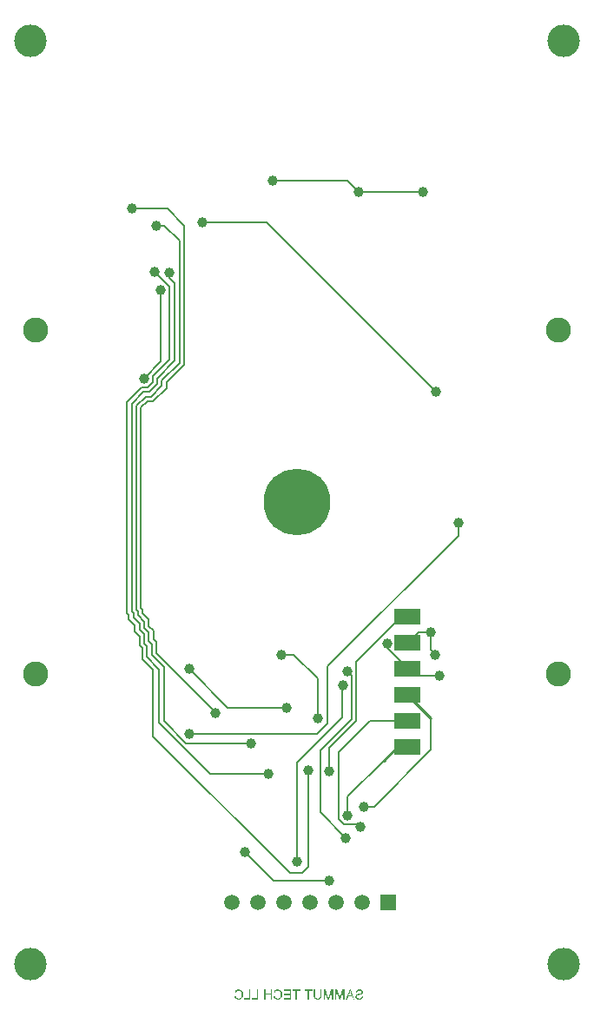
<source format=gbl>
%FSAX24Y24*%
%MOIN*%
G70*
G01*
G75*
G04 Layer_Physical_Order=2*
G04 Layer_Color=16711680*
G04:AMPARAMS|DCode=10|XSize=24mil|YSize=59.1mil|CornerRadius=0.6mil|HoleSize=0mil|Usage=FLASHONLY|Rotation=90.000|XOffset=0mil|YOffset=0mil|HoleType=Round|Shape=RoundedRectangle|*
%AMROUNDEDRECTD10*
21,1,0.0240,0.0579,0,0,90.0*
21,1,0.0228,0.0591,0,0,90.0*
1,1,0.0012,0.0289,0.0114*
1,1,0.0012,0.0289,-0.0114*
1,1,0.0012,-0.0289,-0.0114*
1,1,0.0012,-0.0289,0.0114*
%
%ADD10ROUNDEDRECTD10*%
G04:AMPARAMS|DCode=11|XSize=24mil|YSize=59.1mil|CornerRadius=0.6mil|HoleSize=0mil|Usage=FLASHONLY|Rotation=0.000|XOffset=0mil|YOffset=0mil|HoleType=Round|Shape=RoundedRectangle|*
%AMROUNDEDRECTD11*
21,1,0.0240,0.0579,0,0,0.0*
21,1,0.0228,0.0591,0,0,0.0*
1,1,0.0012,0.0114,-0.0289*
1,1,0.0012,-0.0114,-0.0289*
1,1,0.0012,-0.0114,0.0289*
1,1,0.0012,0.0114,0.0289*
%
%ADD11ROUNDEDRECTD11*%
%ADD12R,0.2362X0.1969*%
%ADD13R,0.0276X0.0512*%
G04:AMPARAMS|DCode=14|XSize=21.7mil|YSize=68.9mil|CornerRadius=0mil|HoleSize=0mil|Usage=FLASHONLY|Rotation=45.000|XOffset=0mil|YOffset=0mil|HoleType=Round|Shape=Round|*
%AMOVALD14*
21,1,0.0472,0.0217,0.0000,0.0000,135.0*
1,1,0.0217,0.0167,-0.0167*
1,1,0.0217,-0.0167,0.0167*
%
%ADD14OVALD14*%

G04:AMPARAMS|DCode=15|XSize=21.7mil|YSize=68.9mil|CornerRadius=0mil|HoleSize=0mil|Usage=FLASHONLY|Rotation=135.000|XOffset=0mil|YOffset=0mil|HoleType=Round|Shape=Round|*
%AMOVALD15*
21,1,0.0472,0.0217,0.0000,0.0000,225.0*
1,1,0.0217,0.0167,0.0167*
1,1,0.0217,-0.0167,-0.0167*
%
%ADD15OVALD15*%

G04:AMPARAMS|DCode=16|XSize=70.9mil|YSize=63mil|CornerRadius=0mil|HoleSize=0mil|Usage=FLASHONLY|Rotation=225.000|XOffset=0mil|YOffset=0mil|HoleType=Round|Shape=Rectangle|*
%AMROTATEDRECTD16*
4,1,4,0.0028,0.0473,0.0473,0.0028,-0.0028,-0.0473,-0.0473,-0.0028,0.0028,0.0473,0.0*
%
%ADD16ROTATEDRECTD16*%

%ADD17R,0.0709X0.0630*%
%ADD18R,0.0512X0.0591*%
%ADD19C,0.0079*%
%ADD20R,0.0394X0.0394*%
%ADD21C,0.0591*%
%ADD22R,0.0591X0.0591*%
%ADD23C,0.1250*%
%ADD24C,0.0961*%
%ADD25C,0.0394*%
%ADD26C,0.2559*%
%ADD27R,0.0984X0.0591*%
%ADD28C,0.0100*%
G36*
X031907Y012646D02*
X031783D01*
Y012313D01*
X031732D01*
Y012646D01*
X031608D01*
Y012691D01*
X031907D01*
Y012646D01*
D02*
G37*
G36*
X032377D02*
X032252D01*
Y012313D01*
X032202D01*
Y012646D01*
X032077D01*
Y012691D01*
X032377D01*
Y012646D01*
D02*
G37*
G36*
X034003Y012313D02*
X033950D01*
X033909Y012428D01*
X033751D01*
X033707Y012313D01*
X033650D01*
X033804Y012691D01*
X033859D01*
X034003Y012313D01*
D02*
G37*
G36*
X031555D02*
X031273D01*
Y012358D01*
X031505D01*
Y012486D01*
X031296D01*
Y012531D01*
X031505D01*
Y012646D01*
X031282D01*
Y012691D01*
X031555D01*
Y012313D01*
D02*
G37*
G36*
X034198Y012697D02*
X034211Y012695D01*
X034223Y012693D01*
X034233Y012691D01*
X034241Y012689D01*
X034245Y012688D01*
X034248Y012686D01*
X034250Y012685D01*
X034252Y012685D01*
X034253Y012684D01*
X034253D01*
X034264Y012679D01*
X034274Y012673D01*
X034282Y012666D01*
X034289Y012660D01*
X034294Y012655D01*
X034297Y012650D01*
X034300Y012647D01*
X034301Y012647D01*
Y012646D01*
X034306Y012637D01*
X034310Y012627D01*
X034313Y012618D01*
X034314Y012610D01*
X034315Y012603D01*
X034317Y012597D01*
Y012595D01*
Y012594D01*
Y012593D01*
Y012593D01*
X034316Y012583D01*
X034314Y012575D01*
X034312Y012566D01*
X034310Y012559D01*
X034308Y012554D01*
X034306Y012549D01*
X034304Y012547D01*
X034303Y012546D01*
X034298Y012538D01*
X034291Y012531D01*
X034285Y012525D01*
X034278Y012520D01*
X034273Y012516D01*
X034268Y012513D01*
X034265Y012511D01*
X034264Y012510D01*
X034264D01*
X034259Y012508D01*
X034254Y012506D01*
X034243Y012502D01*
X034231Y012498D01*
X034219Y012494D01*
X034208Y012491D01*
X034203Y012490D01*
X034199Y012489D01*
X034195Y012488D01*
X034193Y012487D01*
X034191Y012487D01*
X034190D01*
X034181Y012484D01*
X034172Y012482D01*
X034165Y012480D01*
X034158Y012478D01*
X034152Y012477D01*
X034146Y012475D01*
X034141Y012474D01*
X034137Y012472D01*
X034134Y012471D01*
X034131Y012471D01*
X034127Y012469D01*
X034124Y012469D01*
X034123Y012468D01*
X034115Y012465D01*
X034108Y012461D01*
X034102Y012457D01*
X034098Y012454D01*
X034094Y012451D01*
X034092Y012448D01*
X034090Y012447D01*
X034089Y012446D01*
X034086Y012441D01*
X034083Y012436D01*
X034081Y012430D01*
X034080Y012426D01*
X034079Y012422D01*
X034078Y012418D01*
Y012416D01*
Y012415D01*
X034079Y012409D01*
X034080Y012403D01*
X034082Y012397D01*
X034084Y012393D01*
X034086Y012388D01*
X034088Y012386D01*
X034089Y012383D01*
X034089Y012383D01*
X034094Y012377D01*
X034099Y012373D01*
X034105Y012369D01*
X034110Y012365D01*
X034114Y012363D01*
X034118Y012361D01*
X034121Y012360D01*
X034122Y012359D01*
X034130Y012357D01*
X034139Y012354D01*
X034148Y012353D01*
X034155Y012352D01*
X034162Y012352D01*
X034167Y012351D01*
X034172D01*
X034184Y012352D01*
X034195Y012353D01*
X034205Y012354D01*
X034214Y012357D01*
X034221Y012359D01*
X034226Y012361D01*
X034228Y012361D01*
X034230Y012362D01*
X034230Y012362D01*
X034231D01*
X034240Y012366D01*
X034248Y012371D01*
X034254Y012376D01*
X034259Y012381D01*
X034264Y012385D01*
X034266Y012389D01*
X034268Y012391D01*
X034268Y012392D01*
X034272Y012399D01*
X034276Y012406D01*
X034278Y012415D01*
X034280Y012422D01*
X034282Y012429D01*
X034283Y012434D01*
Y012436D01*
X034284Y012437D01*
Y012438D01*
Y012439D01*
X034331Y012434D01*
X034330Y012421D01*
X034327Y012407D01*
X034324Y012396D01*
X034320Y012386D01*
X034317Y012377D01*
X034315Y012374D01*
X034314Y012371D01*
X034312Y012369D01*
X034312Y012368D01*
X034311Y012366D01*
Y012366D01*
X034302Y012356D01*
X034294Y012346D01*
X034284Y012339D01*
X034276Y012332D01*
X034268Y012327D01*
X034261Y012324D01*
X034259Y012323D01*
X034258Y012322D01*
X034256Y012321D01*
X034256D01*
X034242Y012316D01*
X034228Y012312D01*
X034214Y012310D01*
X034200Y012308D01*
X034194Y012308D01*
X034188Y012307D01*
X034183D01*
X034179Y012306D01*
X034170D01*
X034155Y012307D01*
X034142Y012309D01*
X034129Y012311D01*
X034119Y012314D01*
X034110Y012316D01*
X034106Y012318D01*
X034103Y012319D01*
X034101Y012320D01*
X034099Y012321D01*
X034098Y012321D01*
X034098D01*
X034086Y012327D01*
X034076Y012334D01*
X034068Y012341D01*
X034060Y012347D01*
X034055Y012353D01*
X034051Y012358D01*
X034048Y012361D01*
X034048Y012362D01*
Y012362D01*
X034042Y012373D01*
X034038Y012382D01*
X034035Y012392D01*
X034033Y012400D01*
X034032Y012408D01*
X034030Y012414D01*
Y012416D01*
Y012418D01*
Y012418D01*
Y012419D01*
X034031Y012430D01*
X034033Y012440D01*
X034035Y012449D01*
X034038Y012457D01*
X034041Y012464D01*
X034044Y012469D01*
X034046Y012471D01*
X034046Y012472D01*
X034053Y012481D01*
X034060Y012488D01*
X034069Y012495D01*
X034077Y012501D01*
X034084Y012505D01*
X034090Y012508D01*
X034092Y012510D01*
X034094Y012511D01*
X034095Y012511D01*
X034095D01*
X034100Y012513D01*
X034105Y012515D01*
X034111Y012517D01*
X034118Y012519D01*
X034131Y012523D01*
X034146Y012527D01*
X034152Y012529D01*
X034158Y012530D01*
X034164Y012532D01*
X034169Y012533D01*
X034173Y012534D01*
X034176Y012535D01*
X034178Y012535D01*
X034179D01*
X034190Y012538D01*
X034200Y012540D01*
X034208Y012543D01*
X034216Y012545D01*
X034223Y012548D01*
X034229Y012550D01*
X034235Y012552D01*
X034240Y012554D01*
X034243Y012556D01*
X034247Y012558D01*
X034249Y012559D01*
X034251Y012560D01*
X034254Y012562D01*
X034254Y012563D01*
X034259Y012568D01*
X034262Y012573D01*
X034265Y012579D01*
X034267Y012584D01*
X034268Y012589D01*
X034268Y012593D01*
Y012595D01*
Y012596D01*
X034267Y012605D01*
X034265Y012612D01*
X034262Y012619D01*
X034258Y012625D01*
X034255Y012629D01*
X034252Y012633D01*
X034249Y012635D01*
X034248Y012636D01*
X034244Y012638D01*
X034240Y012641D01*
X034229Y012646D01*
X034218Y012648D01*
X034207Y012650D01*
X034197Y012652D01*
X034193Y012652D01*
X034190Y012653D01*
X034182D01*
X034167Y012652D01*
X034153Y012650D01*
X034142Y012647D01*
X034133Y012643D01*
X034126Y012640D01*
X034121Y012637D01*
X034118Y012635D01*
X034117Y012634D01*
X034109Y012626D01*
X034103Y012618D01*
X034098Y012609D01*
X034095Y012601D01*
X034093Y012593D01*
X034091Y012587D01*
X034090Y012584D01*
X034090Y012582D01*
Y012581D01*
Y012581D01*
X034042Y012584D01*
X034043Y012596D01*
X034046Y012607D01*
X034048Y012618D01*
X034052Y012626D01*
X034056Y012634D01*
X034058Y012639D01*
X034059Y012641D01*
X034060Y012642D01*
X034061Y012643D01*
Y012643D01*
X034068Y012653D01*
X034076Y012661D01*
X034084Y012668D01*
X034092Y012673D01*
X034099Y012678D01*
X034105Y012681D01*
X034107Y012682D01*
X034108Y012683D01*
X034110Y012684D01*
X034110D01*
X034122Y012688D01*
X034135Y012691D01*
X034147Y012694D01*
X034159Y012696D01*
X034169Y012697D01*
X034173D01*
X034177Y012697D01*
X034184D01*
X034198Y012697D01*
D02*
G37*
G36*
X030003Y012313D02*
X029767D01*
Y012358D01*
X029953D01*
Y012691D01*
X030003D01*
Y012313D01*
D02*
G37*
G36*
X030297D02*
X030060D01*
Y012358D01*
X030247D01*
Y012691D01*
X030297D01*
Y012313D01*
D02*
G37*
G36*
X033171D02*
X033123D01*
Y012635D01*
X033014Y012313D01*
X032969D01*
X032859Y012629D01*
Y012313D01*
X032811D01*
Y012691D01*
X032878D01*
X032968Y012428D01*
X032973Y012413D01*
X032977Y012401D01*
X032981Y012391D01*
X032984Y012382D01*
X032986Y012376D01*
X032988Y012371D01*
X032988Y012368D01*
X032989Y012367D01*
X032991Y012375D01*
X032994Y012383D01*
X032997Y012393D01*
X033000Y012402D01*
X033002Y012410D01*
X033004Y012417D01*
X033006Y012419D01*
X033006Y012421D01*
X033007Y012422D01*
Y012423D01*
X033096Y012691D01*
X033171D01*
Y012313D01*
D02*
G37*
G36*
X033611D02*
X033563D01*
Y012635D01*
X033454Y012313D01*
X033409D01*
X033299Y012629D01*
Y012313D01*
X033251D01*
Y012691D01*
X033318D01*
X033409Y012428D01*
X033413Y012413D01*
X033417Y012401D01*
X033421Y012391D01*
X033424Y012382D01*
X033426Y012376D01*
X033428Y012371D01*
X033428Y012368D01*
X033429Y012367D01*
X033431Y012375D01*
X033434Y012383D01*
X033437Y012393D01*
X033440Y012402D01*
X033442Y012410D01*
X033445Y012417D01*
X033446Y012419D01*
X033446Y012421D01*
X033447Y012422D01*
Y012423D01*
X033536Y012691D01*
X033611D01*
Y012313D01*
D02*
G37*
G36*
X030821D02*
X030771D01*
Y012491D01*
X030575D01*
Y012313D01*
X030525D01*
Y012691D01*
X030575D01*
Y012536D01*
X030771D01*
Y012691D01*
X030821D01*
Y012313D01*
D02*
G37*
G36*
X029562Y012696D02*
X029579Y012694D01*
X029595Y012690D01*
X029602Y012688D01*
X029608Y012686D01*
X029614Y012684D01*
X029620Y012682D01*
X029624Y012680D01*
X029629Y012678D01*
X029631Y012677D01*
X029633Y012676D01*
X029635Y012675D01*
X029636Y012674D01*
X029650Y012665D01*
X029663Y012654D01*
X029674Y012643D01*
X029683Y012632D01*
X029690Y012623D01*
X029693Y012618D01*
X029695Y012614D01*
X029697Y012612D01*
X029698Y012609D01*
X029699Y012608D01*
X029700Y012607D01*
X029707Y012590D01*
X029713Y012573D01*
X029716Y012555D01*
X029719Y012540D01*
X029720Y012532D01*
X029721Y012525D01*
X029721Y012520D01*
Y012514D01*
X029722Y012511D01*
Y012507D01*
Y012505D01*
Y012505D01*
X029721Y012485D01*
X029719Y012466D01*
X029716Y012449D01*
X029714Y012441D01*
X029712Y012434D01*
X029710Y012427D01*
X029708Y012421D01*
X029707Y012416D01*
X029706Y012411D01*
X029704Y012408D01*
X029703Y012405D01*
X029702Y012404D01*
Y012403D01*
X029694Y012387D01*
X029685Y012372D01*
X029675Y012359D01*
X029670Y012354D01*
X029666Y012350D01*
X029661Y012345D01*
X029657Y012341D01*
X029653Y012338D01*
X029650Y012336D01*
X029648Y012334D01*
X029645Y012332D01*
X029644Y012332D01*
X029644Y012331D01*
X029636Y012327D01*
X029629Y012323D01*
X029612Y012317D01*
X029596Y012312D01*
X029580Y012310D01*
X029572Y012309D01*
X029566Y012308D01*
X029560Y012307D01*
X029555D01*
X029550Y012306D01*
X029544D01*
X029534Y012307D01*
X029523Y012308D01*
X029513Y012309D01*
X029504Y012311D01*
X029495Y012314D01*
X029487Y012317D01*
X029479Y012320D01*
X029472Y012323D01*
X029466Y012326D01*
X029460Y012328D01*
X029456Y012331D01*
X029452Y012334D01*
X029449Y012336D01*
X029446Y012337D01*
X029445Y012338D01*
X029445Y012339D01*
X029437Y012345D01*
X029430Y012352D01*
X029424Y012359D01*
X029418Y012367D01*
X029409Y012382D01*
X029401Y012398D01*
X029398Y012405D01*
X029395Y012411D01*
X029393Y012417D01*
X029391Y012422D01*
X029389Y012427D01*
X029388Y012430D01*
X029388Y012432D01*
Y012433D01*
X029438Y012445D01*
X029440Y012436D01*
X029443Y012428D01*
X029446Y012421D01*
X029448Y012413D01*
X029452Y012407D01*
X029455Y012401D01*
X029459Y012396D01*
X029462Y012391D01*
X029465Y012387D01*
X029468Y012383D01*
X029471Y012380D01*
X029473Y012377D01*
X029475Y012376D01*
X029477Y012374D01*
X029477Y012374D01*
X029478Y012373D01*
X029483Y012369D01*
X029489Y012365D01*
X029501Y012359D01*
X029513Y012355D01*
X029524Y012352D01*
X029534Y012350D01*
X029538Y012350D01*
X029542D01*
X029545Y012349D01*
X029549D01*
X029561Y012350D01*
X029573Y012352D01*
X029584Y012354D01*
X029594Y012358D01*
X029602Y012361D01*
X029605Y012363D01*
X029608Y012364D01*
X029610Y012365D01*
X029612Y012366D01*
X029613Y012366D01*
X029613D01*
X029624Y012374D01*
X029632Y012382D01*
X029640Y012392D01*
X029646Y012400D01*
X029651Y012408D01*
X029654Y012415D01*
X029655Y012417D01*
X029656Y012419D01*
X029657Y012420D01*
Y012421D01*
X029661Y012435D01*
X029665Y012449D01*
X029667Y012463D01*
X029669Y012476D01*
X029670Y012482D01*
X029670Y012488D01*
Y012493D01*
X029671Y012496D01*
Y012500D01*
Y012502D01*
Y012504D01*
Y012505D01*
X029670Y012519D01*
X029669Y012532D01*
X029667Y012544D01*
X029665Y012555D01*
X029663Y012564D01*
X029662Y012568D01*
X029661Y012571D01*
X029660Y012574D01*
X029660Y012576D01*
X029659Y012577D01*
Y012577D01*
X029654Y012590D01*
X029648Y012601D01*
X029641Y012611D01*
X029634Y012619D01*
X029628Y012625D01*
X029623Y012630D01*
X029619Y012632D01*
X029619Y012634D01*
X029618D01*
X029607Y012641D01*
X029594Y012646D01*
X029582Y012650D01*
X029571Y012652D01*
X029560Y012654D01*
X029556Y012654D01*
X029552D01*
X029549Y012655D01*
X029545D01*
X029531Y012654D01*
X029519Y012652D01*
X029508Y012649D01*
X029499Y012646D01*
X029492Y012642D01*
X029487Y012639D01*
X029483Y012637D01*
X029482Y012636D01*
X029473Y012627D01*
X029465Y012618D01*
X029459Y012608D01*
X029453Y012599D01*
X029449Y012590D01*
X029447Y012585D01*
X029446Y012582D01*
X029445Y012579D01*
X029444Y012577D01*
X029443Y012576D01*
Y012576D01*
X029394Y012587D01*
X029398Y012597D01*
X029401Y012606D01*
X029405Y012614D01*
X029409Y012622D01*
X029413Y012629D01*
X029418Y012636D01*
X029423Y012642D01*
X029427Y012648D01*
X029431Y012652D01*
X029435Y012656D01*
X029439Y012660D01*
X029442Y012663D01*
X029445Y012666D01*
X029447Y012667D01*
X029448Y012668D01*
X029448Y012668D01*
X029456Y012673D01*
X029464Y012678D01*
X029471Y012682D01*
X029479Y012685D01*
X029496Y012690D01*
X029511Y012694D01*
X029518Y012695D01*
X029524Y012696D01*
X029530Y012696D01*
X029535Y012697D01*
X029538Y012697D01*
X029544D01*
X029562Y012696D01*
D02*
G37*
G36*
X031059D02*
X031076Y012694D01*
X031091Y012690D01*
X031098Y012688D01*
X031105Y012686D01*
X031111Y012684D01*
X031116Y012682D01*
X031121Y012680D01*
X031125Y012678D01*
X031128Y012677D01*
X031130Y012676D01*
X031132Y012675D01*
X031132Y012674D01*
X031147Y012665D01*
X031160Y012654D01*
X031170Y012643D01*
X031180Y012632D01*
X031187Y012623D01*
X031190Y012618D01*
X031192Y012614D01*
X031194Y012612D01*
X031195Y012609D01*
X031196Y012608D01*
X031196Y012607D01*
X031204Y012590D01*
X031209Y012573D01*
X031213Y012555D01*
X031216Y012540D01*
X031217Y012532D01*
X031217Y012525D01*
X031218Y012520D01*
Y012514D01*
X031219Y012511D01*
Y012507D01*
Y012505D01*
Y012505D01*
X031217Y012485D01*
X031215Y012466D01*
X031212Y012449D01*
X031210Y012441D01*
X031209Y012434D01*
X031207Y012427D01*
X031205Y012421D01*
X031203Y012416D01*
X031202Y012411D01*
X031200Y012408D01*
X031200Y012405D01*
X031199Y012404D01*
Y012403D01*
X031191Y012387D01*
X031181Y012372D01*
X031172Y012359D01*
X031167Y012354D01*
X031162Y012350D01*
X031158Y012345D01*
X031154Y012341D01*
X031150Y012338D01*
X031146Y012336D01*
X031144Y012334D01*
X031142Y012332D01*
X031141Y012332D01*
X031140Y012331D01*
X031133Y012327D01*
X031125Y012323D01*
X031109Y012317D01*
X031092Y012312D01*
X031077Y012310D01*
X031069Y012309D01*
X031062Y012308D01*
X031056Y012307D01*
X031051D01*
X031047Y012306D01*
X031041D01*
X031030Y012307D01*
X031020Y012308D01*
X031010Y012309D01*
X031001Y012311D01*
X030992Y012314D01*
X030984Y012317D01*
X030976Y012320D01*
X030969Y012323D01*
X030963Y012326D01*
X030957Y012328D01*
X030953Y012331D01*
X030948Y012334D01*
X030946Y012336D01*
X030943Y012337D01*
X030942Y012338D01*
X030941Y012339D01*
X030933Y012345D01*
X030927Y012352D01*
X030921Y012359D01*
X030915Y012367D01*
X030905Y012382D01*
X030897Y012398D01*
X030894Y012405D01*
X030891Y012411D01*
X030889Y012417D01*
X030888Y012422D01*
X030886Y012427D01*
X030885Y012430D01*
X030884Y012432D01*
Y012433D01*
X030935Y012445D01*
X030937Y012436D01*
X030940Y012428D01*
X030942Y012421D01*
X030945Y012413D01*
X030948Y012407D01*
X030952Y012401D01*
X030955Y012396D01*
X030959Y012391D01*
X030961Y012387D01*
X030965Y012383D01*
X030967Y012380D01*
X030970Y012377D01*
X030972Y012376D01*
X030973Y012374D01*
X030974Y012374D01*
X030974Y012373D01*
X030980Y012369D01*
X030986Y012365D01*
X030998Y012359D01*
X031009Y012355D01*
X031021Y012352D01*
X031031Y012350D01*
X031035Y012350D01*
X031038D01*
X031042Y012349D01*
X031045D01*
X031058Y012350D01*
X031070Y012352D01*
X031081Y012354D01*
X031091Y012358D01*
X031098Y012361D01*
X031102Y012363D01*
X031104Y012364D01*
X031107Y012365D01*
X031108Y012366D01*
X031109Y012366D01*
X031110D01*
X031120Y012374D01*
X031129Y012382D01*
X031137Y012392D01*
X031143Y012400D01*
X031148Y012408D01*
X031151Y012415D01*
X031152Y012417D01*
X031153Y012419D01*
X031154Y012420D01*
Y012421D01*
X031158Y012435D01*
X031161Y012449D01*
X031164Y012463D01*
X031166Y012476D01*
X031166Y012482D01*
X031167Y012488D01*
Y012493D01*
X031167Y012496D01*
Y012500D01*
Y012502D01*
Y012504D01*
Y012505D01*
X031167Y012519D01*
X031166Y012532D01*
X031163Y012544D01*
X031161Y012555D01*
X031160Y012564D01*
X031158Y012568D01*
X031157Y012571D01*
X031157Y012574D01*
X031156Y012576D01*
X031156Y012577D01*
Y012577D01*
X031150Y012590D01*
X031144Y012601D01*
X031138Y012611D01*
X031131Y012619D01*
X031125Y012625D01*
X031120Y012630D01*
X031116Y012632D01*
X031115Y012634D01*
X031115D01*
X031103Y012641D01*
X031091Y012646D01*
X031079Y012650D01*
X031067Y012652D01*
X031057Y012654D01*
X031053Y012654D01*
X031049D01*
X031046Y012655D01*
X031042D01*
X031028Y012654D01*
X031015Y012652D01*
X031005Y012649D01*
X030996Y012646D01*
X030989Y012642D01*
X030983Y012639D01*
X030980Y012637D01*
X030979Y012636D01*
X030970Y012627D01*
X030962Y012618D01*
X030955Y012608D01*
X030950Y012599D01*
X030946Y012590D01*
X030944Y012585D01*
X030943Y012582D01*
X030942Y012579D01*
X030941Y012577D01*
X030940Y012576D01*
Y012576D01*
X030891Y012587D01*
X030894Y012597D01*
X030897Y012606D01*
X030902Y012614D01*
X030906Y012622D01*
X030910Y012629D01*
X030915Y012636D01*
X030919Y012642D01*
X030924Y012648D01*
X030928Y012652D01*
X030932Y012656D01*
X030936Y012660D01*
X030938Y012663D01*
X030941Y012666D01*
X030943Y012667D01*
X030944Y012668D01*
X030945Y012668D01*
X030953Y012673D01*
X030960Y012678D01*
X030968Y012682D01*
X030976Y012685D01*
X030992Y012690D01*
X031007Y012694D01*
X031014Y012695D01*
X031020Y012696D01*
X031026Y012696D01*
X031031Y012697D01*
X031035Y012697D01*
X031041D01*
X031059Y012696D01*
D02*
G37*
G36*
X032729Y012472D02*
Y012462D01*
X032728Y012451D01*
X032728Y012441D01*
X032727Y012432D01*
X032725Y012424D01*
X032724Y012416D01*
X032723Y012409D01*
X032722Y012403D01*
X032721Y012397D01*
X032719Y012392D01*
X032718Y012387D01*
X032717Y012384D01*
X032716Y012381D01*
X032715Y012379D01*
X032715Y012378D01*
Y012377D01*
X032709Y012365D01*
X032701Y012354D01*
X032693Y012346D01*
X032685Y012338D01*
X032678Y012332D01*
X032672Y012328D01*
X032670Y012327D01*
X032668Y012326D01*
X032667Y012324D01*
X032666D01*
X032653Y012318D01*
X032639Y012314D01*
X032624Y012311D01*
X032610Y012309D01*
X032604Y012308D01*
X032598Y012308D01*
X032593Y012307D01*
X032588D01*
X032585Y012306D01*
X032580D01*
X032560Y012308D01*
X032551Y012309D01*
X032543Y012310D01*
X032535Y012311D01*
X032528Y012313D01*
X032521Y012315D01*
X032515Y012317D01*
X032510Y012319D01*
X032505Y012321D01*
X032501Y012322D01*
X032498Y012324D01*
X032495Y012326D01*
X032493Y012326D01*
X032492Y012327D01*
X032492D01*
X032480Y012335D01*
X032470Y012345D01*
X032462Y012353D01*
X032456Y012362D01*
X032451Y012370D01*
X032448Y012376D01*
X032446Y012378D01*
X032445Y012380D01*
X032445Y012381D01*
Y012381D01*
X032443Y012388D01*
X032440Y012395D01*
X032437Y012410D01*
X032435Y012425D01*
X032433Y012440D01*
X032433Y012446D01*
X032432Y012453D01*
Y012458D01*
X032432Y012463D01*
Y012467D01*
Y012470D01*
Y012472D01*
Y012472D01*
Y012691D01*
X032482D01*
Y012472D01*
Y012460D01*
X032483Y012448D01*
X032484Y012437D01*
X032486Y012428D01*
X032487Y012419D01*
X032490Y012411D01*
X032491Y012404D01*
X032493Y012398D01*
X032496Y012393D01*
X032498Y012388D01*
X032500Y012385D01*
X032502Y012381D01*
X032503Y012379D01*
X032504Y012377D01*
X032505Y012377D01*
X032505Y012376D01*
X032510Y012372D01*
X032516Y012368D01*
X032528Y012362D01*
X032540Y012358D01*
X032553Y012355D01*
X032565Y012353D01*
X032570Y012352D01*
X032575D01*
X032579Y012352D01*
X032584D01*
X032596Y012352D01*
X032606Y012354D01*
X032616Y012356D01*
X032623Y012358D01*
X032630Y012361D01*
X032635Y012362D01*
X032638Y012364D01*
X032639Y012364D01*
X032646Y012369D01*
X032653Y012375D01*
X032658Y012381D01*
X032662Y012387D01*
X032665Y012392D01*
X032668Y012396D01*
X032669Y012399D01*
X032670Y012400D01*
X032671Y012405D01*
X032673Y012410D01*
X032675Y012421D01*
X032676Y012433D01*
X032677Y012445D01*
X032678Y012456D01*
Y012460D01*
X032679Y012464D01*
Y012468D01*
Y012470D01*
Y012472D01*
Y012472D01*
Y012691D01*
X032729D01*
Y012472D01*
D02*
G37*
%LPC*%
G36*
X033833Y012652D02*
X033829Y012639D01*
X033825Y012626D01*
X033820Y012613D01*
X033816Y012600D01*
X033814Y012595D01*
X033812Y012589D01*
X033810Y012584D01*
X033809Y012581D01*
X033808Y012577D01*
X033807Y012575D01*
X033806Y012573D01*
Y012572D01*
X033767Y012469D01*
X033894D01*
X033853Y012579D01*
X033849Y012593D01*
X033845Y012606D01*
X033841Y012618D01*
X033838Y012629D01*
X033836Y012638D01*
X033835Y012642D01*
X033834Y012646D01*
X033833Y012648D01*
Y012650D01*
X033833Y012651D01*
Y012652D01*
D02*
G37*
%LPD*%
D19*
X032230Y017407D02*
Y021110D01*
X031988Y017165D02*
X032230Y017407D01*
X031506Y017165D02*
X031988D01*
X026270Y022401D02*
X031506Y017165D01*
X026270Y022401D02*
Y024961D01*
X035237Y025808D02*
X036321Y024724D01*
X030719Y043740D02*
X033720D01*
X036033Y025994D02*
X036457Y026417D01*
X036919D01*
X032963Y025094D02*
X037980Y030111D01*
Y030600D01*
X034055Y025257D02*
X035793Y026994D01*
X034055Y023007D02*
Y025257D01*
X033878Y023081D02*
Y024744D01*
X032675Y021878D02*
X033878Y023081D01*
X033395Y021809D02*
X034580Y022994D01*
X035793Y026994D02*
X036033D01*
X035237Y025808D02*
Y025965D01*
Y025791D02*
Y025808D01*
Y025791D02*
X036033Y024994D01*
X032963Y022913D02*
Y025094D01*
X036321Y024724D02*
X037244D01*
X036920Y021898D02*
Y023108D01*
X034738Y019717D02*
X036920Y021898D01*
X034347Y019717D02*
X034738D01*
X033730Y020100D02*
X035112Y021482D01*
X034580Y022994D02*
X036033D01*
X031649Y025551D02*
X032580Y024620D01*
X031201Y025551D02*
X031649D01*
X033711Y024911D02*
X033878Y024744D01*
X026599Y036077D02*
X027274Y036752D01*
X026422Y036151D02*
X027096Y036825D01*
X026245Y036224D02*
X026900Y036879D01*
X025849Y025382D02*
X026270Y024961D01*
X026027Y025455D02*
X026498Y024984D01*
Y022932D02*
Y024984D01*
X026204Y025529D02*
X026675Y025057D01*
Y023006D02*
Y025057D01*
X026381Y025602D02*
X028661Y023322D01*
Y023297D02*
Y023322D01*
X026776Y036004D02*
X027451Y036679D01*
X026776Y035781D02*
Y036004D01*
X026269Y035274D02*
X026776Y035781D01*
X026046Y035274D02*
X026269D01*
X025797Y035025D02*
X026046Y035274D01*
X026599Y035855D02*
Y036077D01*
X026195Y035451D02*
X026599Y035855D01*
X025973Y035451D02*
X026195D01*
X025620Y035098D02*
X025973Y035451D01*
X026422Y035928D02*
Y036151D01*
X026122Y035628D02*
X026422Y035928D01*
X025899Y035628D02*
X026122D01*
X025443Y035172D02*
X025899Y035628D01*
X026245Y036001D02*
Y036224D01*
X026049Y035805D02*
X026245Y036001D01*
X025826Y035805D02*
X026049D01*
X025266Y035245D02*
X025826Y035805D01*
X025797Y027344D02*
Y035025D01*
Y027344D02*
X025863Y027278D01*
Y027129D02*
Y027278D01*
Y027129D02*
X026102Y026890D01*
Y026644D02*
Y026890D01*
Y026644D02*
X026275Y026470D01*
Y026132D02*
Y026470D01*
Y026132D02*
X026381Y026027D01*
Y025602D02*
Y026027D01*
X025620Y027270D02*
Y035098D01*
Y027270D02*
X025685Y027205D01*
Y027056D02*
Y027205D01*
Y027056D02*
X025925Y026817D01*
Y026571D02*
Y026817D01*
Y026571D02*
X026098Y026397D01*
Y026059D02*
Y026397D01*
Y026059D02*
X026204Y025953D01*
Y025529D02*
Y025953D01*
X025443Y027197D02*
Y035172D01*
Y027197D02*
X025508Y027131D01*
Y026982D02*
Y027131D01*
Y026982D02*
X025747Y026743D01*
Y026497D02*
Y026743D01*
Y026497D02*
X025921Y026324D01*
Y025986D02*
Y026324D01*
Y025986D02*
X026027Y025880D01*
Y025455D02*
Y025880D01*
X025266Y027123D02*
Y035245D01*
Y027123D02*
X025331Y027058D01*
Y026909D02*
Y027058D01*
Y026909D02*
X025570Y026670D01*
Y026424D02*
Y026670D01*
Y026424D02*
X025744Y026250D01*
Y025912D02*
Y026250D01*
Y025912D02*
X025849Y025807D01*
Y025382D02*
Y025807D01*
X036919Y025728D02*
X037096Y025551D01*
X036919Y025728D02*
Y026417D01*
X033010Y021057D02*
Y021962D01*
X033395Y019221D02*
Y021809D01*
X033730Y019360D02*
Y020100D01*
X033010Y021962D02*
X034055Y023007D01*
X026675Y023006D02*
X027531Y022150D01*
X026498Y022932D02*
X028461Y020970D01*
X027531Y022150D02*
X030020D01*
X028461Y020970D02*
X030680D01*
X027652Y022502D02*
X032551D01*
X033514Y023121D02*
Y024351D01*
X033543Y024380D01*
X029130Y023500D02*
X031390D01*
X027640Y024990D02*
X029130Y023500D01*
X031791Y021398D02*
X033514Y023121D01*
X032551Y022502D02*
X032963Y022913D01*
X032675Y019505D02*
Y021878D01*
X033591Y019025D02*
X034145D01*
X034222Y018948D01*
X033395Y019221D02*
X033591Y019025D01*
X030728Y043730D02*
X030866D01*
X030719Y043740D02*
X030728Y043730D01*
X026565Y036795D02*
Y039539D01*
X025910Y036140D02*
X026565Y036795D01*
X027451Y036679D02*
Y042019D01*
X027274Y036752D02*
Y041447D01*
X027096Y036825D02*
Y039792D01*
X026900Y036879D02*
Y039677D01*
X026327Y040250D02*
X026900Y039677D01*
X026320Y040250D02*
X026327D01*
X026703Y042018D02*
X027274Y041447D01*
X026398Y042018D02*
X026703D01*
X026805Y042665D02*
X027451Y042019D01*
X026878Y040011D02*
Y040188D01*
Y040011D02*
X027096Y039792D01*
X025451Y042665D02*
X026805D01*
X025443Y042657D02*
X025451Y042665D01*
X028150Y042126D02*
X030610D01*
X037106Y035630D01*
X033720Y043740D02*
X034154Y043307D01*
X036614D01*
X032580Y023090D02*
Y024620D01*
X031791Y017588D02*
Y021398D01*
X030891Y016878D02*
X033011D01*
X029801Y017968D02*
X030891Y016878D01*
X032675Y019505D02*
X033667Y018513D01*
D21*
X029291Y016043D02*
D03*
X030291D02*
D03*
X031291D02*
D03*
X032291D02*
D03*
X034291D02*
D03*
X033291D02*
D03*
D22*
X035291D02*
D03*
D23*
X021555Y013681D02*
D03*
X042028D02*
D03*
Y049114D02*
D03*
X021555D02*
D03*
D24*
X041831Y037992D02*
D03*
Y024803D02*
D03*
X021752Y037992D02*
D03*
Y024803D02*
D03*
D25*
X035237Y025965D02*
D03*
X031201Y025551D02*
D03*
X033711Y024911D02*
D03*
X033543Y024380D02*
D03*
X027652Y022502D02*
D03*
X030020Y022150D02*
D03*
X028661Y023297D02*
D03*
X036919Y026417D02*
D03*
X037096Y025551D02*
D03*
X037244Y024724D02*
D03*
X027640Y024990D02*
D03*
X032230Y021110D02*
D03*
X034222Y018948D02*
D03*
X030866Y043730D02*
D03*
X026398Y042018D02*
D03*
X026565Y039539D02*
D03*
X026878Y040188D02*
D03*
X025443Y042657D02*
D03*
X025910Y036140D02*
D03*
X034154Y043307D02*
D03*
X036614D02*
D03*
X026320Y040250D02*
D03*
X037106Y035630D02*
D03*
X028150Y042126D02*
D03*
X032580Y023090D02*
D03*
X031390Y023500D02*
D03*
X037980Y030600D02*
D03*
X033010Y021057D02*
D03*
X030680Y020970D02*
D03*
X033730Y019360D02*
D03*
X034347Y019717D02*
D03*
X033651Y018498D02*
D03*
X031791Y017588D02*
D03*
X033011Y016878D02*
D03*
X029801Y017968D02*
D03*
D26*
X031791Y031398D02*
D03*
D27*
X036033Y021994D02*
D03*
Y022994D02*
D03*
Y023994D02*
D03*
Y024994D02*
D03*
Y025994D02*
D03*
Y026994D02*
D03*
D28*
X035624Y021994D02*
X036033D01*
X035112Y021482D02*
X035624Y021994D01*
X036033Y023994D02*
X036920Y023108D01*
M02*

</source>
